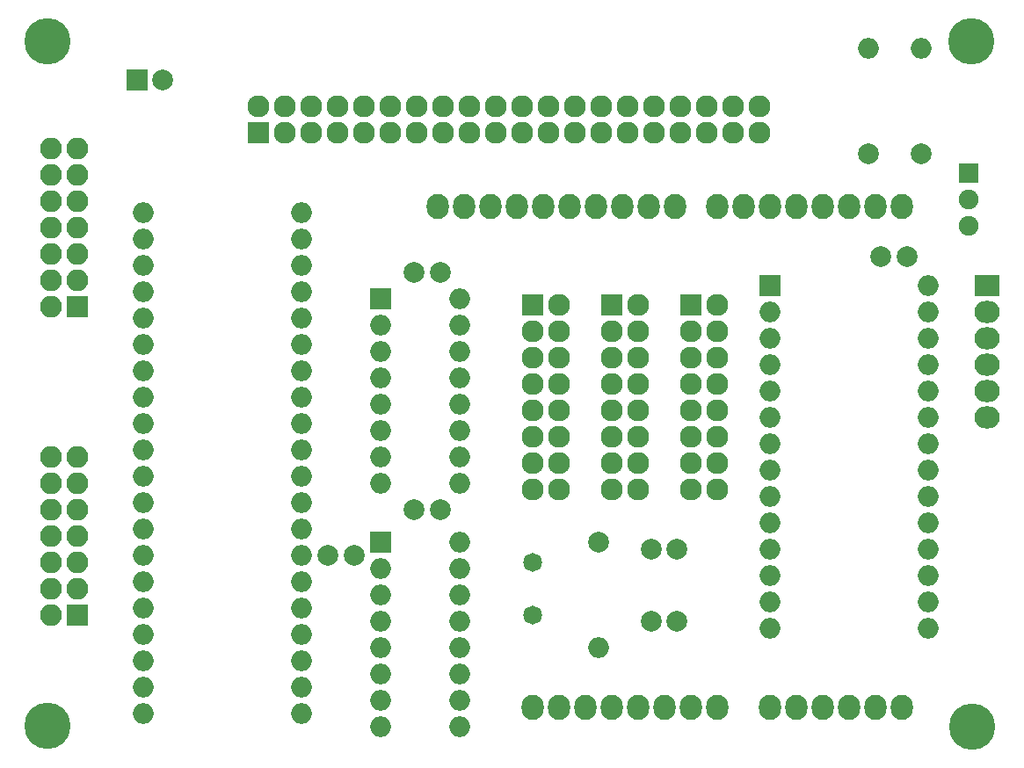
<source format=gbs>
G04 #@! TF.GenerationSoftware,KiCad,Pcbnew,(5.0.0-3-g5ebb6b6)*
G04 #@! TF.CreationDate,2018-11-18T15:08:20+09:00*
G04 #@! TF.ProjectId,Z80-8251-PPI,5A38302D383235312D5050492E6B6963,rev?*
G04 #@! TF.SameCoordinates,Original*
G04 #@! TF.FileFunction,Soldermask,Bot*
G04 #@! TF.FilePolarity,Negative*
%FSLAX46Y46*%
G04 Gerber Fmt 4.6, Leading zero omitted, Abs format (unit mm)*
G04 Created by KiCad (PCBNEW (5.0.0-3-g5ebb6b6)) date *
%MOMM*%
%LPD*%
G01*
G04 APERTURE LIST*
%ADD10O,2.127200X2.432000*%
%ADD11C,2.000000*%
%ADD12R,2.127200X2.127200*%
%ADD13O,2.127200X2.127200*%
%ADD14R,2.432000X2.127200*%
%ADD15O,2.432000X2.127200*%
%ADD16R,2.100000X2.100000*%
%ADD17O,2.100000X2.100000*%
%ADD18C,4.464000*%
%ADD19O,2.000000X2.000000*%
%ADD20R,2.000000X2.000000*%
%ADD21C,1.822400*%
%ADD22C,1.900000*%
%ADD23R,1.900000X1.900000*%
G04 APERTURE END LIST*
D10*
G04 #@! TO.C,P1*
X133223000Y-131445000D03*
X135763000Y-131445000D03*
X138303000Y-131445000D03*
X140843000Y-131445000D03*
X143383000Y-131445000D03*
X145923000Y-131445000D03*
X148463000Y-131445000D03*
X151003000Y-131445000D03*
G04 #@! TD*
G04 #@! TO.C,P2*
X156083000Y-131445000D03*
X158623000Y-131445000D03*
X161163000Y-131445000D03*
X163703000Y-131445000D03*
X166243000Y-131445000D03*
X168783000Y-131445000D03*
G04 #@! TD*
G04 #@! TO.C,P3*
X124079000Y-83185000D03*
X126619000Y-83185000D03*
X129159000Y-83185000D03*
X131699000Y-83185000D03*
X134239000Y-83185000D03*
X136779000Y-83185000D03*
X139319000Y-83185000D03*
X141859000Y-83185000D03*
X144399000Y-83185000D03*
X146939000Y-83185000D03*
G04 #@! TD*
G04 #@! TO.C,P4*
X151003000Y-83185000D03*
X153543000Y-83185000D03*
X156083000Y-83185000D03*
X158623000Y-83185000D03*
X161163000Y-83185000D03*
X163703000Y-83185000D03*
X166243000Y-83185000D03*
X168783000Y-83185000D03*
G04 #@! TD*
D11*
G04 #@! TO.C,C1*
X144653000Y-123190000D03*
X147153000Y-123190000D03*
G04 #@! TD*
G04 #@! TO.C,C2*
X144653000Y-116205000D03*
X147153000Y-116205000D03*
G04 #@! TD*
G04 #@! TO.C,C3*
X113538000Y-116840000D03*
X116038000Y-116840000D03*
G04 #@! TD*
G04 #@! TO.C,C4*
X124333000Y-112395000D03*
X121833000Y-112395000D03*
G04 #@! TD*
G04 #@! TO.C,C5*
X124333000Y-89535000D03*
X121833000Y-89535000D03*
G04 #@! TD*
G04 #@! TO.C,C6*
X169291000Y-88011000D03*
X166791000Y-88011000D03*
G04 #@! TD*
D12*
G04 #@! TO.C,J1*
X106807000Y-76073000D03*
D13*
X106807000Y-73533000D03*
X109347000Y-76073000D03*
X109347000Y-73533000D03*
X111887000Y-76073000D03*
X111887000Y-73533000D03*
X114427000Y-76073000D03*
X114427000Y-73533000D03*
X116967000Y-76073000D03*
X116967000Y-73533000D03*
X119507000Y-76073000D03*
X119507000Y-73533000D03*
X122047000Y-76073000D03*
X122047000Y-73533000D03*
X124587000Y-76073000D03*
X124587000Y-73533000D03*
X127127000Y-76073000D03*
X127127000Y-73533000D03*
X129667000Y-76073000D03*
X129667000Y-73533000D03*
X132207000Y-76073000D03*
X132207000Y-73533000D03*
X134747000Y-76073000D03*
X134747000Y-73533000D03*
X137287000Y-76073000D03*
X137287000Y-73533000D03*
X139827000Y-76073000D03*
X139827000Y-73533000D03*
X142367000Y-76073000D03*
X142367000Y-73533000D03*
X144907000Y-76073000D03*
X144907000Y-73533000D03*
X147447000Y-76073000D03*
X147447000Y-73533000D03*
X149987000Y-76073000D03*
X149987000Y-73533000D03*
X152527000Y-76073000D03*
X152527000Y-73533000D03*
X155067000Y-76073000D03*
X155067000Y-73533000D03*
G04 #@! TD*
D12*
G04 #@! TO.C,J2*
X148463000Y-92710000D03*
D13*
X151003000Y-92710000D03*
X148463000Y-95250000D03*
X151003000Y-95250000D03*
X148463000Y-97790000D03*
X151003000Y-97790000D03*
X148463000Y-100330000D03*
X151003000Y-100330000D03*
X148463000Y-102870000D03*
X151003000Y-102870000D03*
X148463000Y-105410000D03*
X151003000Y-105410000D03*
X148463000Y-107950000D03*
X151003000Y-107950000D03*
X148463000Y-110490000D03*
X151003000Y-110490000D03*
G04 #@! TD*
D12*
G04 #@! TO.C,J3*
X133223000Y-92710000D03*
D13*
X135763000Y-92710000D03*
X133223000Y-95250000D03*
X135763000Y-95250000D03*
X133223000Y-97790000D03*
X135763000Y-97790000D03*
X133223000Y-100330000D03*
X135763000Y-100330000D03*
X133223000Y-102870000D03*
X135763000Y-102870000D03*
X133223000Y-105410000D03*
X135763000Y-105410000D03*
X133223000Y-107950000D03*
X135763000Y-107950000D03*
X133223000Y-110490000D03*
X135763000Y-110490000D03*
G04 #@! TD*
D14*
G04 #@! TO.C,J4*
X177038000Y-90805000D03*
D15*
X177038000Y-93345000D03*
X177038000Y-95885000D03*
X177038000Y-98425000D03*
X177038000Y-100965000D03*
X177038000Y-103505000D03*
G04 #@! TD*
D16*
G04 #@! TO.C,J5*
X89344500Y-92837000D03*
D17*
X86804500Y-92837000D03*
X89344500Y-90297000D03*
X86804500Y-90297000D03*
X89344500Y-87757000D03*
X86804500Y-87757000D03*
X89344500Y-85217000D03*
X86804500Y-85217000D03*
X89344500Y-82677000D03*
X86804500Y-82677000D03*
X89344500Y-80137000D03*
X86804500Y-80137000D03*
X89344500Y-77597000D03*
X86804500Y-77597000D03*
G04 #@! TD*
D16*
G04 #@! TO.C,J6*
X89408000Y-122555000D03*
D17*
X86868000Y-122555000D03*
X89408000Y-120015000D03*
X86868000Y-120015000D03*
X89408000Y-117475000D03*
X86868000Y-117475000D03*
X89408000Y-114935000D03*
X86868000Y-114935000D03*
X89408000Y-112395000D03*
X86868000Y-112395000D03*
X89408000Y-109855000D03*
X86868000Y-109855000D03*
X89408000Y-107315000D03*
X86868000Y-107315000D03*
G04 #@! TD*
D12*
G04 #@! TO.C,J7*
X140843000Y-92710000D03*
D13*
X143383000Y-92710000D03*
X140843000Y-95250000D03*
X143383000Y-95250000D03*
X140843000Y-97790000D03*
X143383000Y-97790000D03*
X140843000Y-100330000D03*
X143383000Y-100330000D03*
X140843000Y-102870000D03*
X143383000Y-102870000D03*
X140843000Y-105410000D03*
X143383000Y-105410000D03*
X140843000Y-107950000D03*
X143383000Y-107950000D03*
X140843000Y-110490000D03*
X143383000Y-110490000D03*
G04 #@! TD*
D18*
G04 #@! TO.C,P5*
X86523000Y-67285000D03*
G04 #@! TD*
G04 #@! TO.C,P6*
X175523000Y-67285000D03*
G04 #@! TD*
G04 #@! TO.C,P7*
X86513000Y-133285000D03*
G04 #@! TD*
G04 #@! TO.C,P8*
X175533000Y-133315000D03*
G04 #@! TD*
D11*
G04 #@! TO.C,R1*
X139573000Y-115570000D03*
D19*
X139573000Y-125730000D03*
G04 #@! TD*
D20*
G04 #@! TO.C,U1*
X118618000Y-92075000D03*
D19*
X126238000Y-109855000D03*
X118618000Y-94615000D03*
X126238000Y-107315000D03*
X118618000Y-97155000D03*
X126238000Y-104775000D03*
X118618000Y-99695000D03*
X126238000Y-102235000D03*
X118618000Y-102235000D03*
X126238000Y-99695000D03*
X118618000Y-104775000D03*
X126238000Y-97155000D03*
X118618000Y-107315000D03*
X126238000Y-94615000D03*
X118618000Y-109855000D03*
X126238000Y-92075000D03*
G04 #@! TD*
D20*
G04 #@! TO.C,U2*
X156083000Y-90805000D03*
D19*
X171323000Y-123825000D03*
X156083000Y-93345000D03*
X171323000Y-121285000D03*
X156083000Y-95885000D03*
X171323000Y-118745000D03*
X156083000Y-98425000D03*
X171323000Y-116205000D03*
X156083000Y-100965000D03*
X171323000Y-113665000D03*
X156083000Y-103505000D03*
X171323000Y-111125000D03*
X156083000Y-106045000D03*
X171323000Y-108585000D03*
X156083000Y-108585000D03*
X171323000Y-106045000D03*
X156083000Y-111125000D03*
X171323000Y-103505000D03*
X156083000Y-113665000D03*
X171323000Y-100965000D03*
X156083000Y-116205000D03*
X171323000Y-98425000D03*
X156083000Y-118745000D03*
X171323000Y-95885000D03*
X156083000Y-121285000D03*
X171323000Y-93345000D03*
X156083000Y-123825000D03*
X171323000Y-90805000D03*
G04 #@! TD*
G04 #@! TO.C,U3*
X95758000Y-83820000D03*
X95758000Y-86360000D03*
X95758000Y-88900000D03*
X95758000Y-91440000D03*
X95758000Y-93980000D03*
X95758000Y-96520000D03*
X95758000Y-99060000D03*
X95758000Y-101600000D03*
X95758000Y-104140000D03*
X95758000Y-106680000D03*
X95758000Y-109220000D03*
X95758000Y-111760000D03*
X95758000Y-114300000D03*
X95758000Y-116840000D03*
X95758000Y-119380000D03*
X95758000Y-121920000D03*
X95758000Y-124460000D03*
X95758000Y-127000000D03*
X95758000Y-129540000D03*
X95758000Y-132080000D03*
X110998000Y-132080000D03*
X110998000Y-129540000D03*
X110998000Y-127000000D03*
X110998000Y-124460000D03*
X110998000Y-121920000D03*
X110998000Y-119380000D03*
X110998000Y-116840000D03*
X110998000Y-114300000D03*
X110998000Y-111760000D03*
X110998000Y-109220000D03*
X110998000Y-106680000D03*
X110998000Y-104140000D03*
X110998000Y-101600000D03*
X110998000Y-99060000D03*
X110998000Y-96520000D03*
X110998000Y-93980000D03*
X110998000Y-91440000D03*
X110998000Y-88900000D03*
X110998000Y-86360000D03*
X110998000Y-83820000D03*
G04 #@! TD*
D20*
G04 #@! TO.C,U4*
X118618000Y-115570000D03*
D19*
X126238000Y-133350000D03*
X118618000Y-118110000D03*
X126238000Y-130810000D03*
X118618000Y-120650000D03*
X126238000Y-128270000D03*
X118618000Y-123190000D03*
X126238000Y-125730000D03*
X118618000Y-125730000D03*
X126238000Y-123190000D03*
X118618000Y-128270000D03*
X126238000Y-120650000D03*
X118618000Y-130810000D03*
X126238000Y-118110000D03*
X118618000Y-133350000D03*
X126238000Y-115570000D03*
G04 #@! TD*
D21*
G04 #@! TO.C,Y1*
X133223000Y-117475000D03*
X133223000Y-122555000D03*
G04 #@! TD*
D11*
G04 #@! TO.C,R2*
X165608000Y-78105000D03*
D19*
X165608000Y-67945000D03*
G04 #@! TD*
G04 #@! TO.C,R3*
X170688000Y-67945000D03*
D11*
X170688000Y-78105000D03*
G04 #@! TD*
D20*
G04 #@! TO.C,C7*
X95123000Y-71056500D03*
D11*
X97623000Y-71056500D03*
G04 #@! TD*
D22*
G04 #@! TO.C,Q1*
X175243000Y-82565000D03*
X175243000Y-85105000D03*
D23*
X175243000Y-80025000D03*
G04 #@! TD*
M02*

</source>
